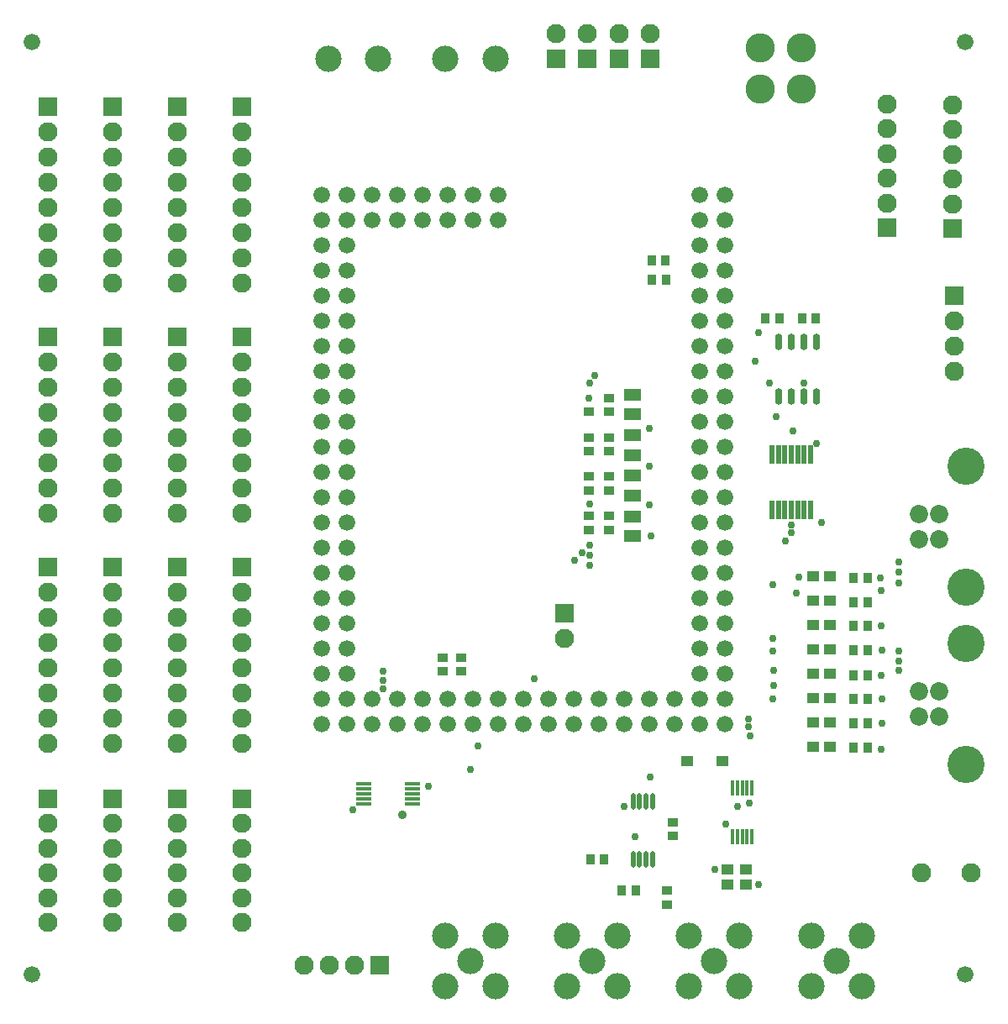
<source format=gts>
G04*
G04 #@! TF.GenerationSoftware,Altium Limited,Altium Designer,20.0.2 (26)*
G04*
G04 Layer_Color=8388736*
%FSLAX25Y25*%
%MOIN*%
G70*
G01*
G75*
%ADD18R,0.04891X0.04491*%
%ADD19R,0.03740X0.04134*%
%ADD20R,0.04134X0.03740*%
%ADD21R,0.06693X0.04528*%
%ADD22O,0.02953X0.06567*%
%ADD23R,0.02165X0.07284*%
%ADD24R,0.01791X0.06496*%
%ADD25R,0.04528X0.04134*%
%ADD26R,0.04528X0.04134*%
%ADD27O,0.02165X0.06485*%
%ADD28O,0.02165X0.06485*%
%ADD29R,0.06496X0.01791*%
%ADD30R,0.06496X0.01791*%
%ADD31C,0.07677*%
%ADD32R,0.07677X0.07677*%
%ADD33C,0.10433*%
%ADD34C,0.06591*%
%ADD35R,0.07677X0.07677*%
%ADD36C,0.11614*%
%ADD37C,0.14764*%
%ADD38C,0.07284*%
%ADD39C,0.02953*%
%ADD40C,0.03591*%
D18*
X285500Y-297000D02*
D03*
X271500D02*
D03*
X321776Y-233493D02*
D03*
X328476D02*
D03*
X321776Y-291350D02*
D03*
X328476D02*
D03*
X321776Y-281708D02*
D03*
X328476D02*
D03*
X321776Y-272065D02*
D03*
X328476D02*
D03*
X321776Y-262422D02*
D03*
X328476D02*
D03*
X321776Y-252779D02*
D03*
X328476D02*
D03*
X321776Y-243136D02*
D03*
X328476D02*
D03*
X321776Y-223850D02*
D03*
X328476D02*
D03*
D19*
X343256Y-291798D02*
D03*
X337745D02*
D03*
X343256Y-282083D02*
D03*
X337745D02*
D03*
X343256Y-272500D02*
D03*
X337745D02*
D03*
X343256Y-263000D02*
D03*
X337745D02*
D03*
X343256Y-253000D02*
D03*
X337745D02*
D03*
X343256Y-243500D02*
D03*
X337745D02*
D03*
X343256Y-234012D02*
D03*
X337745D02*
D03*
X343256Y-224298D02*
D03*
X337745D02*
D03*
X263255Y-106000D02*
D03*
X257744D02*
D03*
X263000Y-98500D02*
D03*
X257488D02*
D03*
X322755Y-121500D02*
D03*
X317244D02*
D03*
X308255D02*
D03*
X302744D02*
D03*
X245744Y-348500D02*
D03*
X251255D02*
D03*
X238756Y-336000D02*
D03*
X233245D02*
D03*
D20*
X240500Y-199745D02*
D03*
Y-205256D02*
D03*
X232500Y-205255D02*
D03*
Y-199744D02*
D03*
X240500Y-184160D02*
D03*
Y-189671D02*
D03*
X232500Y-189670D02*
D03*
Y-184159D02*
D03*
X240500Y-168574D02*
D03*
Y-174086D02*
D03*
X232500Y-174085D02*
D03*
Y-168573D02*
D03*
X240500Y-152989D02*
D03*
Y-158501D02*
D03*
X232500Y-158500D02*
D03*
X182000Y-261500D02*
D03*
Y-255988D02*
D03*
X174500D02*
D03*
Y-261500D02*
D03*
X266000Y-326756D02*
D03*
Y-321245D02*
D03*
X263500Y-354012D02*
D03*
Y-348500D02*
D03*
D21*
X250000Y-199937D02*
D03*
Y-207811D02*
D03*
Y-183852D02*
D03*
Y-191726D02*
D03*
Y-167767D02*
D03*
Y-175641D02*
D03*
Y-151682D02*
D03*
Y-159556D02*
D03*
D22*
X323149Y-130839D02*
D03*
X318149D02*
D03*
X313149D02*
D03*
X308149D02*
D03*
X323149Y-152413D02*
D03*
X318149D02*
D03*
X313149D02*
D03*
X308149D02*
D03*
D23*
X320677Y-197524D02*
D03*
X318118Y-197524D02*
D03*
X315559D02*
D03*
X313000Y-197524D02*
D03*
X310441Y-197524D02*
D03*
X307882D02*
D03*
X305323Y-197523D02*
D03*
X305323Y-175476D02*
D03*
X307882D02*
D03*
X310441D02*
D03*
X313000Y-175476D02*
D03*
X315559Y-175476D02*
D03*
X318118D02*
D03*
X320677Y-175477D02*
D03*
D24*
X289563Y-327150D02*
D03*
X291532D02*
D03*
X293500D02*
D03*
X295469D02*
D03*
X297437D02*
D03*
Y-307850D02*
D03*
X295469D02*
D03*
X293500D02*
D03*
X291532D02*
D03*
X289563D02*
D03*
D25*
X287677Y-340000D02*
D03*
Y-346142D02*
D03*
D26*
X295000D02*
D03*
Y-340000D02*
D03*
D27*
X250160Y-335917D02*
D03*
X252720D02*
D03*
X255280D02*
D03*
X257840D02*
D03*
D28*
X250160Y-313083D02*
D03*
X252720D02*
D03*
X255280D02*
D03*
X257840D02*
D03*
D29*
X143350Y-313937D02*
D03*
Y-310000D02*
D03*
X162650Y-306063D02*
D03*
D30*
X143350Y-311968D02*
D03*
Y-308031D02*
D03*
Y-306063D02*
D03*
X162650Y-308031D02*
D03*
Y-310000D02*
D03*
Y-311968D02*
D03*
Y-313937D02*
D03*
D31*
X223000Y-248500D02*
D03*
X17994Y-321851D02*
D03*
Y-331693D02*
D03*
Y-341536D02*
D03*
Y-351378D02*
D03*
Y-361221D02*
D03*
X94994D02*
D03*
Y-351378D02*
D03*
Y-341536D02*
D03*
Y-331693D02*
D03*
Y-321851D02*
D03*
X69327Y-361221D02*
D03*
Y-351378D02*
D03*
Y-341536D02*
D03*
Y-331693D02*
D03*
Y-321851D02*
D03*
X43661Y-361221D02*
D03*
Y-351378D02*
D03*
Y-341536D02*
D03*
Y-331693D02*
D03*
Y-321851D02*
D03*
X95000Y-230000D02*
D03*
Y-240000D02*
D03*
Y-250000D02*
D03*
Y-260000D02*
D03*
Y-270000D02*
D03*
Y-280000D02*
D03*
Y-290000D02*
D03*
X18000Y-230000D02*
D03*
Y-240000D02*
D03*
Y-250000D02*
D03*
Y-260000D02*
D03*
Y-270000D02*
D03*
Y-280000D02*
D03*
Y-290000D02*
D03*
X69333Y-230000D02*
D03*
Y-240000D02*
D03*
Y-250000D02*
D03*
Y-260000D02*
D03*
Y-270000D02*
D03*
Y-280000D02*
D03*
Y-290000D02*
D03*
X43667Y-230000D02*
D03*
Y-240000D02*
D03*
Y-250000D02*
D03*
Y-260000D02*
D03*
Y-270000D02*
D03*
Y-280000D02*
D03*
Y-290000D02*
D03*
X95000Y-138750D02*
D03*
Y-148750D02*
D03*
Y-158750D02*
D03*
Y-168750D02*
D03*
Y-178750D02*
D03*
Y-188750D02*
D03*
Y-198750D02*
D03*
X69333Y-138750D02*
D03*
Y-148750D02*
D03*
Y-158750D02*
D03*
Y-168750D02*
D03*
Y-178750D02*
D03*
Y-188750D02*
D03*
Y-198750D02*
D03*
X43667Y-138750D02*
D03*
Y-148750D02*
D03*
Y-158750D02*
D03*
Y-168750D02*
D03*
Y-178750D02*
D03*
Y-188750D02*
D03*
Y-198750D02*
D03*
X18000Y-138750D02*
D03*
Y-148750D02*
D03*
Y-158750D02*
D03*
Y-168750D02*
D03*
Y-178750D02*
D03*
Y-188750D02*
D03*
Y-198750D02*
D03*
X95000Y-47500D02*
D03*
Y-57500D02*
D03*
Y-67500D02*
D03*
Y-77500D02*
D03*
Y-87500D02*
D03*
Y-97500D02*
D03*
Y-107500D02*
D03*
X69333Y-47500D02*
D03*
Y-57500D02*
D03*
Y-67500D02*
D03*
Y-77500D02*
D03*
Y-87500D02*
D03*
Y-97500D02*
D03*
Y-107500D02*
D03*
X43667Y-47500D02*
D03*
Y-57500D02*
D03*
Y-67500D02*
D03*
Y-77500D02*
D03*
Y-87500D02*
D03*
Y-97500D02*
D03*
Y-107500D02*
D03*
X18000Y-47500D02*
D03*
Y-57500D02*
D03*
Y-67500D02*
D03*
Y-77500D02*
D03*
Y-87500D02*
D03*
Y-97500D02*
D03*
Y-107500D02*
D03*
X257000Y-8539D02*
D03*
X244500D02*
D03*
X232000D02*
D03*
X219500D02*
D03*
X377110Y-36657D02*
D03*
Y-46500D02*
D03*
Y-56342D02*
D03*
Y-66185D02*
D03*
Y-76027D02*
D03*
X351000Y-36315D02*
D03*
Y-46158D02*
D03*
Y-56000D02*
D03*
Y-65843D02*
D03*
Y-75685D02*
D03*
X377500Y-142500D02*
D03*
Y-132500D02*
D03*
Y-122500D02*
D03*
X384342Y-341500D02*
D03*
X364656D02*
D03*
X119500Y-378000D02*
D03*
X129500D02*
D03*
X139500D02*
D03*
D32*
X223000Y-238500D02*
D03*
X257000Y-18539D02*
D03*
X244500D02*
D03*
X232000D02*
D03*
X219500D02*
D03*
X377500Y-112500D02*
D03*
D33*
X195500Y-386500D02*
D03*
X175500D02*
D03*
Y-366500D02*
D03*
X195500D02*
D03*
X185500Y-376500D02*
D03*
X175816Y-18500D02*
D03*
X195501D02*
D03*
X129158D02*
D03*
X148843D02*
D03*
X330938Y-376500D02*
D03*
X340938Y-366500D02*
D03*
X320938D02*
D03*
Y-386500D02*
D03*
X340938D02*
D03*
X282459Y-376500D02*
D03*
X292459Y-366500D02*
D03*
X272459D02*
D03*
Y-386500D02*
D03*
X292459D02*
D03*
X233979Y-376500D02*
D03*
X243979Y-366500D02*
D03*
X223979D02*
D03*
Y-386500D02*
D03*
X243979D02*
D03*
D34*
X276500Y-72500D02*
D03*
X286500D02*
D03*
X276500Y-82500D02*
D03*
X286500D02*
D03*
X276500Y-92500D02*
D03*
X286500D02*
D03*
X276500Y-102500D02*
D03*
X286500D02*
D03*
X276500Y-112500D02*
D03*
X286500D02*
D03*
X276500Y-122500D02*
D03*
X286500D02*
D03*
X276500Y-132500D02*
D03*
X286500D02*
D03*
X276500Y-142500D02*
D03*
X286500D02*
D03*
X276500Y-152500D02*
D03*
X286500D02*
D03*
X276500Y-162500D02*
D03*
X286500D02*
D03*
X276500Y-172500D02*
D03*
X286500D02*
D03*
X276500Y-182500D02*
D03*
X286500D02*
D03*
X276500Y-192500D02*
D03*
X286500D02*
D03*
X276500Y-202500D02*
D03*
X286500D02*
D03*
X276500Y-212500D02*
D03*
X286500D02*
D03*
X276500Y-222500D02*
D03*
X286500D02*
D03*
X276500Y-232500D02*
D03*
X286500D02*
D03*
X276500Y-242500D02*
D03*
X286500D02*
D03*
X276500Y-252500D02*
D03*
X286500D02*
D03*
X276500Y-262500D02*
D03*
X286500D02*
D03*
X276500Y-272500D02*
D03*
X286500D02*
D03*
X276500Y-282500D02*
D03*
X286500D02*
D03*
X266500Y-272500D02*
D03*
Y-282500D02*
D03*
X256500Y-272500D02*
D03*
Y-282500D02*
D03*
X246500Y-272500D02*
D03*
Y-282500D02*
D03*
X236500Y-272500D02*
D03*
Y-282500D02*
D03*
X226500Y-272500D02*
D03*
Y-282500D02*
D03*
X216500Y-272500D02*
D03*
Y-282500D02*
D03*
X206500Y-272500D02*
D03*
Y-282500D02*
D03*
X196500Y-272500D02*
D03*
Y-282500D02*
D03*
X186500Y-272500D02*
D03*
Y-282500D02*
D03*
X176500Y-272500D02*
D03*
Y-282500D02*
D03*
X166500Y-272500D02*
D03*
Y-282500D02*
D03*
X156500Y-272500D02*
D03*
Y-282500D02*
D03*
X146500Y-272500D02*
D03*
Y-282500D02*
D03*
X136500D02*
D03*
X126500D02*
D03*
X136500Y-272500D02*
D03*
X126500D02*
D03*
X136500Y-262500D02*
D03*
X126500D02*
D03*
X136500Y-252500D02*
D03*
X126500D02*
D03*
X136500Y-242500D02*
D03*
X126500D02*
D03*
X136500Y-232500D02*
D03*
X126500D02*
D03*
X136500Y-222500D02*
D03*
X126500D02*
D03*
X136500Y-212500D02*
D03*
X126500D02*
D03*
X136500Y-202500D02*
D03*
X126500D02*
D03*
X136500Y-192500D02*
D03*
X126500D02*
D03*
X136500Y-182500D02*
D03*
X126500D02*
D03*
X136500Y-172500D02*
D03*
X126500D02*
D03*
X136500Y-162500D02*
D03*
X126500D02*
D03*
X136500Y-152500D02*
D03*
X126500D02*
D03*
X136500Y-142500D02*
D03*
X126500D02*
D03*
X136500Y-132500D02*
D03*
X126500D02*
D03*
X136500Y-122500D02*
D03*
X126500D02*
D03*
X136500Y-112500D02*
D03*
X126500D02*
D03*
X136500Y-102500D02*
D03*
X126500D02*
D03*
X136500Y-92500D02*
D03*
X126500D02*
D03*
X136500Y-82500D02*
D03*
X126500D02*
D03*
X136500Y-72500D02*
D03*
X126500D02*
D03*
X146500Y-82500D02*
D03*
Y-72500D02*
D03*
X156500Y-82500D02*
D03*
Y-72500D02*
D03*
X166500Y-82500D02*
D03*
Y-72500D02*
D03*
X176500Y-82500D02*
D03*
Y-72500D02*
D03*
X186500Y-82500D02*
D03*
Y-72500D02*
D03*
X196500Y-82500D02*
D03*
Y-72500D02*
D03*
X11811Y-381890D02*
D03*
X381890D02*
D03*
Y-11811D02*
D03*
X11811D02*
D03*
D35*
X18000Y-312000D02*
D03*
X95000D02*
D03*
X69333D02*
D03*
X43667D02*
D03*
X95000Y-220000D02*
D03*
X18000D02*
D03*
X69333D02*
D03*
X43667D02*
D03*
X95000Y-128750D02*
D03*
X69333D02*
D03*
X43667D02*
D03*
X18000D02*
D03*
X95000Y-37500D02*
D03*
X69333D02*
D03*
X43667D02*
D03*
X18000D02*
D03*
X377104Y-85878D02*
D03*
X350994Y-85536D02*
D03*
X149500Y-378000D02*
D03*
D36*
X317040Y-14000D02*
D03*
Y-30540D02*
D03*
X300500Y-14000D02*
D03*
Y-30540D02*
D03*
D37*
X382272Y-179920D02*
D03*
Y-228080D02*
D03*
Y-250341D02*
D03*
Y-298501D02*
D03*
D38*
X363728Y-208921D02*
D03*
Y-199079D02*
D03*
X371602D02*
D03*
Y-208921D02*
D03*
X363728Y-279343D02*
D03*
Y-269500D02*
D03*
X371602D02*
D03*
Y-279343D02*
D03*
D39*
X296250Y-313750D02*
D03*
X296000Y-283500D02*
D03*
Y-280500D02*
D03*
X185500Y-300316D02*
D03*
X188500Y-291000D02*
D03*
X355500Y-253500D02*
D03*
Y-261000D02*
D03*
X306870Y-160500D02*
D03*
X246500Y-315000D02*
D03*
X300000Y-127000D02*
D03*
X256500Y-165000D02*
D03*
Y-180000D02*
D03*
Y-195500D02*
D03*
X257311Y-207811D02*
D03*
X151000Y-268500D02*
D03*
Y-265000D02*
D03*
Y-261500D02*
D03*
X355500Y-226500D02*
D03*
Y-222000D02*
D03*
Y-257500D02*
D03*
Y-218000D02*
D03*
X348500Y-292500D02*
D03*
X348917Y-282083D02*
D03*
X349000Y-272500D02*
D03*
X348500Y-263000D02*
D03*
X349000Y-253000D02*
D03*
X348500Y-243500D02*
D03*
Y-229500D02*
D03*
X348202Y-224298D02*
D03*
X296500Y-287000D02*
D03*
X305500Y-272500D02*
D03*
X306000Y-267000D02*
D03*
Y-261000D02*
D03*
X305500Y-253500D02*
D03*
Y-248500D02*
D03*
Y-227000D02*
D03*
X315000Y-230500D02*
D03*
X316000Y-224000D02*
D03*
X169000Y-307000D02*
D03*
X211000Y-264500D02*
D03*
X139000Y-316500D02*
D03*
X298500Y-138500D02*
D03*
X325000Y-202500D02*
D03*
X310500Y-209750D02*
D03*
X313000Y-203500D02*
D03*
Y-206500D02*
D03*
X313744Y-166000D02*
D03*
X317953Y-147051D02*
D03*
X323000Y-171000D02*
D03*
X257000Y-303500D02*
D03*
X291500Y-315000D02*
D03*
X282500Y-340000D02*
D03*
X300000Y-346000D02*
D03*
X233000Y-215500D02*
D03*
Y-219500D02*
D03*
X227000Y-217500D02*
D03*
X230000Y-214500D02*
D03*
X235000Y-144000D02*
D03*
X232500Y-152988D02*
D03*
X287000Y-322000D02*
D03*
X251000Y-327000D02*
D03*
X304244Y-147222D02*
D03*
X233000Y-211500D02*
D03*
Y-147000D02*
D03*
X232931Y-195069D02*
D03*
D40*
X158500Y-318500D02*
D03*
M02*

</source>
